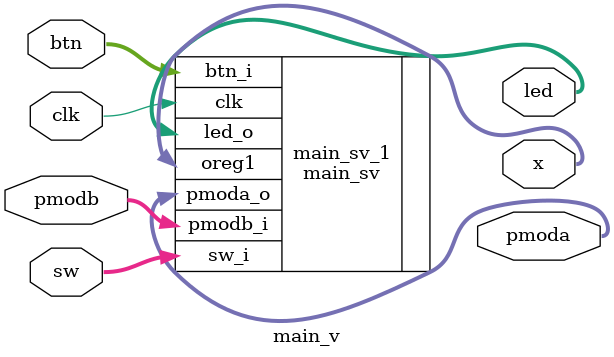
<source format=v>
`timescale 1ns / 1ps

module main_v(
    input clk,
    input [1:0] sw,
    input [3:0] btn,

    input [7:0] pmodb,
    output [7:0] pmoda,

    output [3:0] led,
    output [31:0] x
);

//    assign x[0] = clk;

    main_sv main_sv_1(
        .clk(clk),
        .sw_i(sw),
        .btn_i(btn),
        .pmodb_i(pmodb),
        .pmoda_o(pmoda),
        .led_o(led),
        .oreg1(x)
    );


endmodule

</source>
